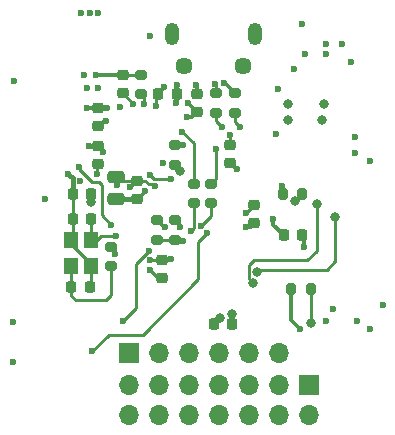
<source format=gbr>
%TF.GenerationSoftware,KiCad,Pcbnew,(6.0.0)*%
%TF.CreationDate,2022-05-23T22:47:49+07:00*%
%TF.ProjectId,MINI-FC,4d494e49-2d46-4432-9e6b-696361645f70,rev?*%
%TF.SameCoordinates,Original*%
%TF.FileFunction,Copper,L4,Bot*%
%TF.FilePolarity,Positive*%
%FSLAX46Y46*%
G04 Gerber Fmt 4.6, Leading zero omitted, Abs format (unit mm)*
G04 Created by KiCad (PCBNEW (6.0.0)) date 2022-05-23 22:47:49*
%MOMM*%
%LPD*%
G01*
G04 APERTURE LIST*
G04 Aperture macros list*
%AMRoundRect*
0 Rectangle with rounded corners*
0 $1 Rounding radius*
0 $2 $3 $4 $5 $6 $7 $8 $9 X,Y pos of 4 corners*
0 Add a 4 corners polygon primitive as box body*
4,1,4,$2,$3,$4,$5,$6,$7,$8,$9,$2,$3,0*
0 Add four circle primitives for the rounded corners*
1,1,$1+$1,$2,$3*
1,1,$1+$1,$4,$5*
1,1,$1+$1,$6,$7*
1,1,$1+$1,$8,$9*
0 Add four rect primitives between the rounded corners*
20,1,$1+$1,$2,$3,$4,$5,0*
20,1,$1+$1,$4,$5,$6,$7,0*
20,1,$1+$1,$6,$7,$8,$9,0*
20,1,$1+$1,$8,$9,$2,$3,0*%
G04 Aperture macros list end*
%TA.AperFunction,ComponentPad*%
%ADD10R,1.700000X1.700000*%
%TD*%
%TA.AperFunction,ComponentPad*%
%ADD11O,1.700000X1.700000*%
%TD*%
%TA.AperFunction,ComponentPad*%
%ADD12C,1.450000*%
%TD*%
%TA.AperFunction,ComponentPad*%
%ADD13O,1.200000X1.900000*%
%TD*%
%TA.AperFunction,SMDPad,CuDef*%
%ADD14RoundRect,0.225000X-0.250000X0.225000X-0.250000X-0.225000X0.250000X-0.225000X0.250000X0.225000X0*%
%TD*%
%TA.AperFunction,SMDPad,CuDef*%
%ADD15RoundRect,0.200000X0.275000X-0.200000X0.275000X0.200000X-0.275000X0.200000X-0.275000X-0.200000X0*%
%TD*%
%TA.AperFunction,SMDPad,CuDef*%
%ADD16RoundRect,0.200000X-0.200000X-0.275000X0.200000X-0.275000X0.200000X0.275000X-0.200000X0.275000X0*%
%TD*%
%TA.AperFunction,SMDPad,CuDef*%
%ADD17RoundRect,0.250000X0.475000X-0.250000X0.475000X0.250000X-0.475000X0.250000X-0.475000X-0.250000X0*%
%TD*%
%TA.AperFunction,SMDPad,CuDef*%
%ADD18RoundRect,0.200000X-0.275000X0.200000X-0.275000X-0.200000X0.275000X-0.200000X0.275000X0.200000X0*%
%TD*%
%TA.AperFunction,SMDPad,CuDef*%
%ADD19R,1.200000X1.400000*%
%TD*%
%TA.AperFunction,SMDPad,CuDef*%
%ADD20RoundRect,0.225000X0.225000X0.250000X-0.225000X0.250000X-0.225000X-0.250000X0.225000X-0.250000X0*%
%TD*%
%TA.AperFunction,SMDPad,CuDef*%
%ADD21RoundRect,0.225000X0.250000X-0.225000X0.250000X0.225000X-0.250000X0.225000X-0.250000X-0.225000X0*%
%TD*%
%TA.AperFunction,SMDPad,CuDef*%
%ADD22RoundRect,0.225000X-0.225000X-0.250000X0.225000X-0.250000X0.225000X0.250000X-0.225000X0.250000X0*%
%TD*%
%TA.AperFunction,ViaPad*%
%ADD23C,0.800000*%
%TD*%
%TA.AperFunction,ViaPad*%
%ADD24C,0.600000*%
%TD*%
%TA.AperFunction,Conductor*%
%ADD25C,0.400000*%
%TD*%
%TA.AperFunction,Conductor*%
%ADD26C,0.250000*%
%TD*%
%TA.AperFunction,Conductor*%
%ADD27C,0.300000*%
%TD*%
G04 APERTURE END LIST*
D10*
%TO.P,PWR1,1,Pin_1*%
%TO.N,+5V*%
X125875000Y-92125000D03*
D11*
%TO.P,PWR1,2,Pin_2*%
%TO.N,GND*%
X125875000Y-94665000D03*
%TO.P,PWR1,3,Pin_3*%
%TO.N,+5V*%
X123335000Y-92125000D03*
%TO.P,PWR1,4,Pin_4*%
%TO.N,GND*%
X123335000Y-94665000D03*
%TO.P,PWR1,5,Pin_5*%
%TO.N,+5V*%
X120795000Y-92125000D03*
%TO.P,PWR1,6,Pin_6*%
%TO.N,GND*%
X120795000Y-94665000D03*
%TO.P,PWR1,7,Pin_7*%
%TO.N,+5V*%
X118255000Y-92125000D03*
%TO.P,PWR1,8,Pin_8*%
%TO.N,GND*%
X118255000Y-94665000D03*
%TO.P,PWR1,9,Pin_9*%
%TO.N,+5V*%
X115715000Y-92125000D03*
%TO.P,PWR1,10,Pin_10*%
%TO.N,GND*%
X115715000Y-94665000D03*
%TO.P,PWR1,11,Pin_11*%
%TO.N,+5V*%
X113175000Y-92125000D03*
%TO.P,PWR1,12,Pin_12*%
%TO.N,GND*%
X113175000Y-94665000D03*
%TO.P,PWR1,13,Pin_13*%
%TO.N,+5V*%
X110635000Y-92125000D03*
%TO.P,PWR1,14,Pin_14*%
%TO.N,GND*%
X110635000Y-94665000D03*
%TD*%
D10*
%TO.P,PWM_SIG1,1,Pin_1*%
%TO.N,PWM1*%
X110600000Y-89450000D03*
D11*
%TO.P,PWM_SIG1,2,Pin_2*%
%TO.N,PWM2*%
X113140000Y-89450000D03*
%TO.P,PWM_SIG1,3,Pin_3*%
%TO.N,PWM3*%
X115680000Y-89450000D03*
%TO.P,PWM_SIG1,4,Pin_4*%
%TO.N,PWM4*%
X118220000Y-89450000D03*
%TO.P,PWM_SIG1,5,Pin_5*%
%TO.N,PWM5*%
X120760000Y-89450000D03*
%TO.P,PWM_SIG1,6,Pin_6*%
%TO.N,PWM6*%
X123300000Y-89450000D03*
%TD*%
D12*
%TO.P,J1,6,Shield*%
%TO.N,GND*%
X120300000Y-65162500D03*
X115300000Y-65162500D03*
D13*
X114300000Y-62462500D03*
X121300000Y-62462500D03*
%TD*%
D14*
%TO.P,C13,1*%
%TO.N,GND*%
X108000000Y-71925000D03*
%TO.P,C13,2*%
%TO.N,Net-(C13-Pad2)*%
X108000000Y-73475000D03*
%TD*%
D15*
%TO.P,R3,1*%
%TO.N,Net-(C8-Pad1)*%
X109125000Y-82125000D03*
%TO.P,R3,2*%
%TO.N,HSE_OUT*%
X109125000Y-80475000D03*
%TD*%
D16*
%TO.P,R7,1*%
%TO.N,+3V3*%
X123650000Y-76000000D03*
%TO.P,R7,2*%
%TO.N,Net-(R7-Pad2)*%
X125300000Y-76000000D03*
%TD*%
D15*
%TO.P,R9,1*%
%TO.N,+3V3*%
X113000000Y-79850000D03*
%TO.P,R9,2*%
%TO.N,I2C1_SDA*%
X113000000Y-78200000D03*
%TD*%
D17*
%TO.P,C1,1*%
%TO.N,+3V3*%
X109500000Y-76450000D03*
%TO.P,C1,2*%
%TO.N,GND*%
X109500000Y-74550000D03*
%TD*%
D18*
%TO.P,R12,1*%
%TO.N,Net-(J1-Pad3)*%
X118000000Y-67450000D03*
%TO.P,R12,2*%
%TO.N,Net-(R12-Pad2)*%
X118000000Y-69100000D03*
%TD*%
D15*
%TO.P,R10,1*%
%TO.N,+3V3*%
X114500000Y-79850000D03*
%TO.P,R10,2*%
%TO.N,I2C1_SLC*%
X114500000Y-78200000D03*
%TD*%
D19*
%TO.P,Y1,1,1*%
%TO.N,HSE_IN*%
X107425000Y-79900000D03*
%TO.P,Y1,2,2*%
%TO.N,GND*%
X107425000Y-82100000D03*
%TO.P,Y1,3,3*%
%TO.N,Net-(C8-Pad1)*%
X105725000Y-82100000D03*
%TO.P,Y1,4,4*%
%TO.N,GND*%
X105725000Y-79900000D03*
%TD*%
D18*
%TO.P,R14,1*%
%TO.N,Net-(R14-Pad1)*%
X116100000Y-75100000D03*
%TO.P,R14,2*%
%TO.N,UART1_RX*%
X116100000Y-76750000D03*
%TD*%
D20*
%TO.P,C7,1*%
%TO.N,HSE_IN*%
X107400000Y-78100000D03*
%TO.P,C7,2*%
%TO.N,GND*%
X105850000Y-78100000D03*
%TD*%
D15*
%TO.P,R11,1*%
%TO.N,Net-(R11-Pad1)*%
X111600000Y-67525000D03*
%TO.P,R11,2*%
%TO.N,GND*%
X111600000Y-65875000D03*
%TD*%
D14*
%TO.P,C4,1*%
%TO.N,+3V3*%
X121200000Y-76925000D03*
%TO.P,C4,2*%
%TO.N,GND*%
X121200000Y-78475000D03*
%TD*%
D21*
%TO.P,C2,1*%
%TO.N,+3V3*%
X111300000Y-76400000D03*
%TO.P,C2,2*%
%TO.N,GND*%
X111300000Y-74850000D03*
%TD*%
D18*
%TO.P,R2,1*%
%TO.N,GND*%
X114500000Y-71850000D03*
%TO.P,R2,2*%
%TO.N,BOOT*%
X114500000Y-73500000D03*
%TD*%
D20*
%TO.P,C3,1*%
%TO.N,+3V3*%
X107400000Y-76000000D03*
%TO.P,C3,2*%
%TO.N,GND*%
X105850000Y-76000000D03*
%TD*%
D22*
%TO.P,C12,1*%
%TO.N,+3V3*%
X123725000Y-79500000D03*
%TO.P,C12,2*%
%TO.N,GND*%
X125275000Y-79500000D03*
%TD*%
D16*
%TO.P,R8,1*%
%TO.N,+3V3*%
X124375000Y-84000000D03*
%TO.P,R8,2*%
%TO.N,Net-(R8-Pad2)*%
X126025000Y-84000000D03*
%TD*%
D14*
%TO.P,C11,1*%
%TO.N,GND*%
X110100000Y-65925000D03*
%TO.P,C11,2*%
%TO.N,Net-(C11-Pad2)*%
X110100000Y-67475000D03*
%TD*%
D20*
%TO.P,C5,1*%
%TO.N,+3V3*%
X119375000Y-87000000D03*
%TO.P,C5,2*%
%TO.N,GND*%
X117825000Y-87000000D03*
%TD*%
D14*
%TO.P,C15,1*%
%TO.N,GND*%
X119200000Y-71850000D03*
%TO.P,C15,2*%
%TO.N,Net-(C15-Pad2)*%
X119200000Y-73400000D03*
%TD*%
%TO.P,C14,1*%
%TO.N,GND*%
X116400000Y-67500000D03*
%TO.P,C14,2*%
%TO.N,VUSB*%
X116400000Y-69050000D03*
%TD*%
D15*
%TO.P,R13,1*%
%TO.N,Net-(R13-Pad1)*%
X119600000Y-69100000D03*
%TO.P,R13,2*%
%TO.N,Net-(J1-Pad2)*%
X119600000Y-67450000D03*
%TD*%
%TO.P,R15,1*%
%TO.N,UART1_TX*%
X117600000Y-76750000D03*
%TO.P,R15,2*%
%TO.N,Net-(R15-Pad2)*%
X117600000Y-75100000D03*
%TD*%
D22*
%TO.P,C8,1*%
%TO.N,Net-(C8-Pad1)*%
X105750000Y-83900000D03*
%TO.P,C8,2*%
%TO.N,GND*%
X107300000Y-83900000D03*
%TD*%
D21*
%TO.P,C6,1*%
%TO.N,+3V3*%
X113400000Y-83100000D03*
%TO.P,C6,2*%
%TO.N,GND*%
X113400000Y-81550000D03*
%TD*%
%TO.P,C10,1*%
%TO.N,+3V3*%
X108000000Y-70250000D03*
%TO.P,C10,2*%
%TO.N,GND*%
X108000000Y-68700000D03*
%TD*%
D20*
%TO.P,C9,1*%
%TO.N,GND*%
X114650000Y-67500000D03*
%TO.P,C9,2*%
%TO.N,+3V3*%
X113100000Y-67500000D03*
%TD*%
D23*
%TO.N,+3V3*%
X119363261Y-86187859D03*
D24*
X115200000Y-80000000D03*
X106600000Y-60700000D03*
X108700000Y-69800000D03*
X112400000Y-82400000D03*
X107300000Y-60700000D03*
X123600000Y-75300000D03*
D23*
X124100000Y-69700000D03*
D24*
X123200000Y-67100000D03*
D23*
X127000000Y-69700000D03*
D24*
X113600000Y-66900000D03*
D23*
X107400000Y-76700000D03*
D24*
X120491219Y-77600000D03*
X112900000Y-68500000D03*
X122800000Y-78100000D03*
X125500000Y-64100000D03*
X125100000Y-87400000D03*
X127300000Y-63300000D03*
X108000000Y-60700000D03*
X100800000Y-86800000D03*
X112000000Y-75728254D03*
%TO.N,GND*%
X127300000Y-64100000D03*
X129900000Y-86700000D03*
X128700000Y-63300000D03*
D23*
X127100000Y-68400000D03*
D24*
X107100000Y-67000000D03*
X120500000Y-78800000D03*
X127900000Y-85700000D03*
X115200000Y-71800000D03*
X106800000Y-65900000D03*
X124600000Y-65400000D03*
X131000000Y-87400000D03*
X105500000Y-74300000D03*
X129800000Y-72500000D03*
X119200000Y-71000000D03*
D23*
X118300000Y-86500000D03*
D24*
X125400000Y-80500000D03*
X108400000Y-72400000D03*
D23*
X124100000Y-68400000D03*
D24*
X116300000Y-66800000D03*
X100800000Y-90200000D03*
X123100000Y-70900000D03*
X106500000Y-74900000D03*
X109600000Y-75200000D03*
X108000000Y-67000000D03*
X112800000Y-75324500D03*
X114700000Y-66800000D03*
X114600000Y-68300000D03*
X108800000Y-68700000D03*
X107800000Y-65900000D03*
X114200000Y-81500000D03*
X110700000Y-75400000D03*
X131000000Y-73200000D03*
X109900000Y-68600000D03*
X127300000Y-86700000D03*
X112400000Y-81600000D03*
X107200000Y-71900000D03*
X107100000Y-68700000D03*
X113500000Y-73400000D03*
X100900000Y-66400000D03*
%TO.N,HSE_IN*%
X109519853Y-79585844D03*
%TO.N,Net-(C11-Pad2)*%
X111000000Y-68400000D03*
%TO.N,Net-(C13-Pad2)*%
X107900000Y-74300000D03*
%TO.N,VUSB*%
X115600000Y-68300000D03*
X115500000Y-69500000D03*
%TO.N,Net-(C15-Pad2)*%
X119800000Y-73900000D03*
%TO.N,+5V*%
X103500000Y-76400000D03*
X125300000Y-61600000D03*
X129800000Y-71200000D03*
X112400000Y-62600000D03*
X132100000Y-85400000D03*
X129400000Y-64800000D03*
%TO.N,Net-(J1-Pad2)*%
X118700000Y-66600000D03*
%TO.N,Net-(J1-Pad3)*%
X117900000Y-66700000D03*
%TO.N,NRST*%
X112300000Y-80800000D03*
X110100000Y-86700000D03*
D23*
%TO.N,BOOT*%
X114958879Y-74049532D03*
D24*
%TO.N,HSE_OUT*%
X109400000Y-81100000D03*
%TO.N,LED_PC13*%
X109108411Y-78591589D03*
X106400000Y-73700000D03*
%TO.N,LED_STATUS*%
X117221075Y-79326593D03*
X107500000Y-89300000D03*
D23*
%TO.N,Net-(R7-Pad2)*%
X124700000Y-76600000D03*
%TO.N,Net-(R8-Pad2)*%
X126000000Y-86900000D03*
D24*
%TO.N,I2C1_SDA*%
X113668595Y-78823928D03*
%TO.N,I2C1_SLC*%
X114900000Y-78800000D03*
X112360746Y-74343923D03*
X114200000Y-74700000D03*
%TO.N,Net-(R11-Pad1)*%
X111900000Y-68400000D03*
%TO.N,Net-(R12-Pad2)*%
X118500000Y-70300000D03*
%TO.N,Net-(R13-Pad1)*%
X120000000Y-70300000D03*
%TO.N,Net-(R14-Pad1)*%
X115100000Y-70700000D03*
%TO.N,UART1_RX*%
X115900000Y-79100000D03*
%TO.N,UART1_TX*%
X116724500Y-78700000D03*
%TO.N,Net-(R15-Pad2)*%
X118000000Y-72200000D03*
D23*
%TO.N,SPI2_SCK*%
X126500000Y-76800000D03*
X121100000Y-83500000D03*
%TO.N,SPI2_MOSI*%
X121475500Y-82573716D03*
X128100000Y-77900000D03*
%TD*%
D25*
%TO.N,+3V3*%
X111250000Y-76450000D02*
X111300000Y-76400000D01*
D26*
X113600000Y-66900000D02*
X113100000Y-67400000D01*
X120525000Y-77600000D02*
X121200000Y-76925000D01*
D27*
X122800000Y-78575000D02*
X123725000Y-79500000D01*
D26*
X113100000Y-83100000D02*
X112400000Y-82400000D01*
D27*
X123600000Y-75300000D02*
X123650000Y-75350000D01*
D26*
X120491219Y-77600000D02*
X120525000Y-77600000D01*
X115050000Y-79850000D02*
X115200000Y-80000000D01*
X113100000Y-67400000D02*
X113100000Y-67500000D01*
D27*
X125100000Y-87400000D02*
X124375000Y-86675000D01*
D26*
X119363261Y-86187859D02*
X119363261Y-86988261D01*
D27*
X123650000Y-75350000D02*
X123650000Y-76000000D01*
D25*
X109500000Y-76450000D02*
X111250000Y-76450000D01*
D26*
X113400000Y-83100000D02*
X113100000Y-83100000D01*
D27*
X122800000Y-78100000D02*
X122800000Y-78575000D01*
D26*
X112900000Y-67700000D02*
X113100000Y-67500000D01*
X108700000Y-69800000D02*
X108450000Y-69800000D01*
D27*
X124375000Y-86675000D02*
X124375000Y-84000000D01*
D26*
X111328254Y-76400000D02*
X111300000Y-76400000D01*
X114500000Y-79850000D02*
X113000000Y-79850000D01*
X112000000Y-75728254D02*
X111328254Y-76400000D01*
D25*
X107400000Y-76000000D02*
X107400000Y-76700000D01*
D26*
X114500000Y-79850000D02*
X115050000Y-79850000D01*
X119363261Y-86988261D02*
X119375000Y-87000000D01*
X112900000Y-68500000D02*
X112900000Y-67700000D01*
X108450000Y-69800000D02*
X108000000Y-70250000D01*
%TO.N,GND*%
X108000000Y-68700000D02*
X108800000Y-68700000D01*
X112625020Y-75149520D02*
X112283150Y-75149520D01*
X113400000Y-81550000D02*
X114150000Y-81550000D01*
X111250000Y-74850000D02*
X110700000Y-75400000D01*
X120875000Y-78800000D02*
X121200000Y-78475000D01*
X109500000Y-74550000D02*
X109500000Y-75100000D01*
X111300000Y-74850000D02*
X109800000Y-74850000D01*
D27*
X114650000Y-67500000D02*
X114650000Y-68250000D01*
D26*
X111300000Y-74850000D02*
X111250000Y-74850000D01*
D25*
X107225000Y-71925000D02*
X107200000Y-71900000D01*
X108000000Y-71925000D02*
X107225000Y-71925000D01*
D27*
X110100000Y-65925000D02*
X107825000Y-65925000D01*
X125400000Y-80500000D02*
X125400000Y-79625000D01*
D26*
X107425000Y-81925000D02*
X105725000Y-80225000D01*
X105850000Y-78100000D02*
X105850000Y-79775000D01*
D27*
X125400000Y-79625000D02*
X125275000Y-79500000D01*
D26*
X114150000Y-81550000D02*
X114200000Y-81500000D01*
X114500000Y-71850000D02*
X115150000Y-71850000D01*
X115150000Y-71850000D02*
X115200000Y-71800000D01*
D25*
X105850000Y-74650000D02*
X105500000Y-74300000D01*
D26*
X112283150Y-75149520D02*
X111983630Y-74850000D01*
X120500000Y-78800000D02*
X120875000Y-78800000D01*
X108400000Y-72325000D02*
X108000000Y-71925000D01*
D27*
X114650000Y-66850000D02*
X114700000Y-66800000D01*
D26*
X113350000Y-81600000D02*
X113400000Y-81550000D01*
X112800000Y-75324500D02*
X112625020Y-75149520D01*
X105850000Y-79775000D02*
X105725000Y-79900000D01*
X107425000Y-83775000D02*
X107300000Y-83900000D01*
X108400000Y-72400000D02*
X108400000Y-72325000D01*
D27*
X108000000Y-68700000D02*
X107100000Y-68700000D01*
D26*
X107425000Y-82100000D02*
X107425000Y-83775000D01*
X111983630Y-74850000D02*
X111300000Y-74850000D01*
D27*
X116400000Y-66900000D02*
X116300000Y-66800000D01*
D26*
X112400000Y-81600000D02*
X113350000Y-81600000D01*
X117825000Y-87000000D02*
X117825000Y-86975000D01*
X109800000Y-74850000D02*
X109500000Y-74550000D01*
X110150000Y-65875000D02*
X110100000Y-65925000D01*
X109500000Y-75100000D02*
X109600000Y-75200000D01*
X117825000Y-86975000D02*
X118300000Y-86500000D01*
D27*
X116400000Y-67500000D02*
X116400000Y-66900000D01*
X114650000Y-67500000D02*
X114650000Y-66850000D01*
D25*
X105850000Y-76000000D02*
X105850000Y-74650000D01*
D26*
X119200000Y-71850000D02*
X119200000Y-71000000D01*
D27*
X107825000Y-65925000D02*
X107800000Y-65900000D01*
D26*
X105725000Y-80225000D02*
X105725000Y-79900000D01*
X111600000Y-65875000D02*
X110150000Y-65875000D01*
X105850000Y-78100000D02*
X105850000Y-76000000D01*
D27*
X114650000Y-68250000D02*
X114600000Y-68300000D01*
D26*
X107425000Y-82100000D02*
X107425000Y-81925000D01*
%TO.N,HSE_IN*%
X107400000Y-79875000D02*
X107425000Y-79900000D01*
X109519853Y-79585844D02*
X108214156Y-79585844D01*
X107900000Y-79900000D02*
X107425000Y-79900000D01*
X107400000Y-78100000D02*
X107400000Y-79875000D01*
X108214156Y-79585844D02*
X107900000Y-79900000D01*
%TO.N,Net-(C8-Pad1)*%
X105725000Y-81775000D02*
X105725000Y-82100000D01*
X108700000Y-85000000D02*
X106150000Y-85000000D01*
X106150000Y-85000000D02*
X105750000Y-84600000D01*
X109125000Y-82125000D02*
X109125000Y-84575000D01*
X105750000Y-84600000D02*
X105750000Y-83900000D01*
X109125000Y-82125000D02*
X109125000Y-81925000D01*
X109125000Y-84575000D02*
X108700000Y-85000000D01*
X105750000Y-82125000D02*
X105725000Y-82100000D01*
X105750000Y-83900000D02*
X105750000Y-82125000D01*
%TO.N,Net-(C11-Pad2)*%
X111000000Y-68400000D02*
X111000000Y-68375000D01*
X111000000Y-68375000D02*
X110100000Y-67475000D01*
%TO.N,Net-(C13-Pad2)*%
X107900000Y-73575000D02*
X108000000Y-73475000D01*
X107900000Y-74300000D02*
X107900000Y-73575000D01*
D27*
%TO.N,VUSB*%
X115600000Y-68300000D02*
X116350000Y-69050000D01*
X115950000Y-69500000D02*
X116400000Y-69050000D01*
X115500000Y-69500000D02*
X115950000Y-69500000D01*
X116350000Y-69050000D02*
X116400000Y-69050000D01*
D26*
%TO.N,Net-(C15-Pad2)*%
X119800000Y-73900000D02*
X119700000Y-73900000D01*
X119700000Y-73900000D02*
X119200000Y-73400000D01*
%TO.N,Net-(J1-Pad2)*%
X118750000Y-66600000D02*
X119600000Y-67450000D01*
X118700000Y-66600000D02*
X118750000Y-66600000D01*
%TO.N,Net-(J1-Pad3)*%
X118000000Y-66800000D02*
X117900000Y-66700000D01*
X118000000Y-67450000D02*
X118000000Y-66800000D01*
%TO.N,NRST*%
X111200000Y-81900000D02*
X111200000Y-85600000D01*
X112300000Y-80800000D02*
X111200000Y-81900000D01*
X111200000Y-85600000D02*
X110100000Y-86700000D01*
%TO.N,BOOT*%
X114958879Y-74049532D02*
X114958879Y-73958879D01*
X114958879Y-73958879D02*
X114500000Y-73500000D01*
%TO.N,HSE_OUT*%
X109400000Y-81100000D02*
X109400000Y-80750000D01*
X109400000Y-80750000D02*
X109125000Y-80475000D01*
%TO.N,LED_PC13*%
X108300000Y-75200000D02*
X108100000Y-75000000D01*
X107500000Y-75000000D02*
X106400000Y-73900000D01*
X106400000Y-73900000D02*
X106400000Y-73700000D01*
X109108411Y-78591589D02*
X108300000Y-77783178D01*
X108100000Y-75000000D02*
X107500000Y-75000000D01*
X108300000Y-77783178D02*
X108300000Y-75200000D01*
%TO.N,LED_STATUS*%
X116500000Y-83200000D02*
X111800000Y-87900000D01*
X117221075Y-79326593D02*
X116500000Y-80047668D01*
X108900000Y-87900000D02*
X107500000Y-89300000D01*
X111800000Y-87900000D02*
X108900000Y-87900000D01*
X116500000Y-80047668D02*
X116500000Y-83200000D01*
%TO.N,Net-(R7-Pad2)*%
X124700000Y-76600000D02*
X125300000Y-76000000D01*
%TO.N,Net-(R8-Pad2)*%
X126000000Y-86900000D02*
X126025000Y-86875000D01*
X126025000Y-86875000D02*
X126025000Y-84000000D01*
%TO.N,I2C1_SDA*%
X113668595Y-78823928D02*
X113623928Y-78823928D01*
X113623928Y-78823928D02*
X113000000Y-78200000D01*
%TO.N,I2C1_SLC*%
X112360746Y-74343923D02*
X112716823Y-74700000D01*
X114900000Y-78800000D02*
X114900000Y-78600000D01*
X114900000Y-78600000D02*
X114500000Y-78200000D01*
X112716823Y-74700000D02*
X114200000Y-74700000D01*
%TO.N,Net-(R11-Pad1)*%
X111900000Y-68400000D02*
X111900000Y-67825000D01*
X111900000Y-67825000D02*
X111600000Y-67525000D01*
%TO.N,Net-(R12-Pad2)*%
X118000000Y-69100000D02*
X118000000Y-69800000D01*
X118000000Y-69800000D02*
X118500000Y-70300000D01*
%TO.N,Net-(R13-Pad1)*%
X119600000Y-69900000D02*
X120000000Y-70300000D01*
X119600000Y-69100000D02*
X119600000Y-69900000D01*
%TO.N,Net-(R14-Pad1)*%
X116100000Y-75100000D02*
X116100000Y-71700000D01*
X116100000Y-71700000D02*
X115100000Y-70700000D01*
%TO.N,UART1_RX*%
X116100000Y-76750000D02*
X116100000Y-78900000D01*
X116100000Y-78900000D02*
X115900000Y-79100000D01*
%TO.N,UART1_TX*%
X117600000Y-77824500D02*
X116724500Y-78700000D01*
X117600000Y-76750000D02*
X117600000Y-77824500D01*
%TO.N,Net-(R15-Pad2)*%
X117600000Y-75100000D02*
X118000000Y-74700000D01*
X118000000Y-74700000D02*
X118000000Y-72200000D01*
%TO.N,SPI2_SCK*%
X120750989Y-83150989D02*
X120750989Y-82024397D01*
X125700000Y-81600000D02*
X126500000Y-80800000D01*
X121100000Y-83500000D02*
X120750989Y-83150989D01*
X120750989Y-82024397D02*
X121175386Y-81600000D01*
X121175386Y-81600000D02*
X125700000Y-81600000D01*
X126500000Y-80800000D02*
X126500000Y-76800000D01*
%TO.N,SPI2_MOSI*%
X128100000Y-81700000D02*
X128100000Y-77900000D01*
X121475500Y-82573716D02*
X121649216Y-82400000D01*
X121649216Y-82400000D02*
X127400000Y-82400000D01*
X127400000Y-82400000D02*
X128100000Y-81700000D01*
%TD*%
M02*

</source>
